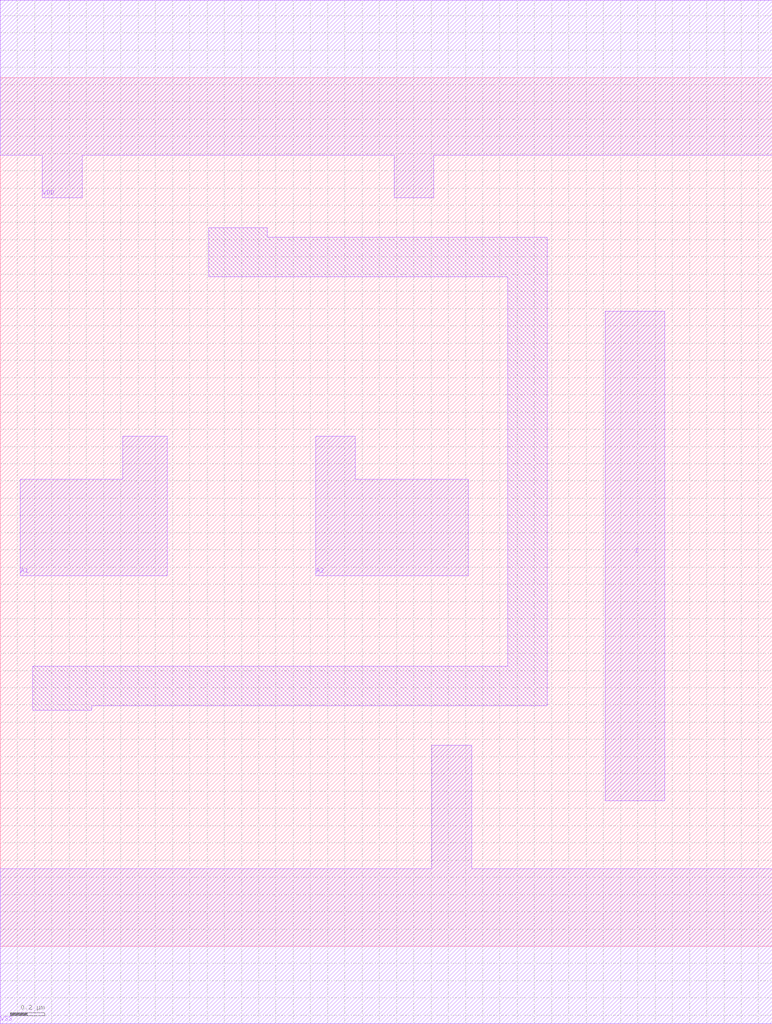
<source format=lef>
# Copyright 2022 GlobalFoundries PDK Authors
#
# Licensed under the Apache License, Version 2.0 (the "License");
# you may not use this file except in compliance with the License.
# You may obtain a copy of the License at
#
#      http://www.apache.org/licenses/LICENSE-2.0
#
# Unless required by applicable law or agreed to in writing, software
# distributed under the License is distributed on an "AS IS" BASIS,
# WITHOUT WARRANTIES OR CONDITIONS OF ANY KIND, either express or implied.
# See the License for the specific language governing permissions and
# limitations under the License.

MACRO gf180mcu_fd_sc_mcu9t5v0__and2_1
  CLASS core ;
  FOREIGN gf180mcu_fd_sc_mcu9t5v0__and2_1 0.0 0.0 ;
  ORIGIN 0 0 ;
  SYMMETRY X Y ;
  SITE GF018hv5v_green_sc9 ;
  SIZE 4.48 BY 5.04 ;
  PIN A1
    DIRECTION INPUT ;
    ANTENNAGATEAREA 0.806 ;
    PORT
      LAYER METAL1 ;
        POLYGON 0.115 2.15 0.97 2.15 0.97 2.96 0.71 2.96 0.71 2.71 0.115 2.71  ;
    END
  END A1
  PIN A2
    DIRECTION INPUT ;
    ANTENNAGATEAREA 0.806 ;
    PORT
      LAYER METAL1 ;
        POLYGON 1.83 2.15 2.715 2.15 2.715 2.71 2.06 2.71 2.06 2.96 1.83 2.96  ;
    END
  END A2
  PIN Z
    DIRECTION OUTPUT ;
    ANTENNADIFFAREA 1.386 ;
    PORT
      LAYER METAL1 ;
        POLYGON 3.51 0.845 3.855 0.845 3.855 3.685 3.51 3.685  ;
    END
  END Z
  PIN VDD
    DIRECTION INOUT ;
    USE power ;
    SHAPE ABUTMENT ;
    PORT
      LAYER METAL1 ;
        POLYGON 0 4.59 0.245 4.59 0.245 4.345 0.475 4.345 0.475 4.59 2.285 4.59 2.285 4.345 2.515 4.345 2.515 4.59 3.175 4.59 4.48 4.59 4.48 5.49 3.175 5.49 0 5.49  ;
    END
  END VDD
  PIN VSS
    DIRECTION INOUT ;
    USE ground ;
    SHAPE ABUTMENT ;
    PORT
      LAYER METAL1 ;
        POLYGON 0 -0.45 4.48 -0.45 4.48 0.45 2.735 0.45 2.735 1.165 2.505 1.165 2.505 0.45 0 0.45  ;
    END
  END VSS
  OBS
      LAYER METAL1 ;
        POLYGON 1.21 3.885 2.945 3.885 2.945 1.625 0.19 1.625 0.19 1.37 0.53 1.37 0.53 1.395 3.175 1.395 3.175 4.115 1.55 4.115 1.55 4.17 1.21 4.17  ;
  END
END gf180mcu_fd_sc_mcu9t5v0__and2_1

</source>
